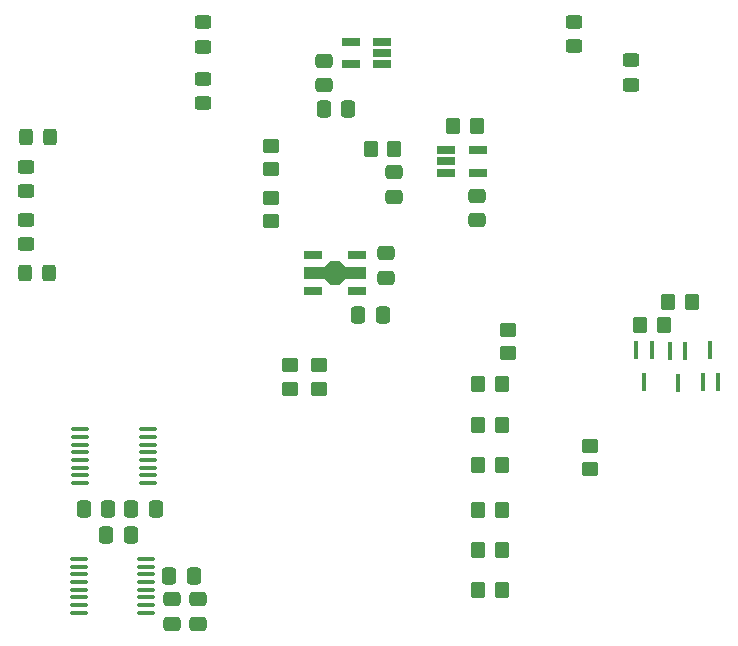
<source format=gtp>
G04 #@! TF.GenerationSoftware,KiCad,Pcbnew,7.0.8*
G04 #@! TF.CreationDate,2023-11-03T23:08:19-04:00*
G04 #@! TF.ProjectId,robot,726f626f-742e-46b6-9963-61645f706362,rev?*
G04 #@! TF.SameCoordinates,Original*
G04 #@! TF.FileFunction,Paste,Top*
G04 #@! TF.FilePolarity,Positive*
%FSLAX46Y46*%
G04 Gerber Fmt 4.6, Leading zero omitted, Abs format (unit mm)*
G04 Created by KiCad (PCBNEW 7.0.8) date 2023-11-03 23:08:19*
%MOMM*%
%LPD*%
G01*
G04 APERTURE LIST*
G04 Aperture macros list*
%AMRoundRect*
0 Rectangle with rounded corners*
0 $1 Rounding radius*
0 $2 $3 $4 $5 $6 $7 $8 $9 X,Y pos of 4 corners*
0 Add a 4 corners polygon primitive as box body*
4,1,4,$2,$3,$4,$5,$6,$7,$8,$9,$2,$3,0*
0 Add four circle primitives for the rounded corners*
1,1,$1+$1,$2,$3*
1,1,$1+$1,$4,$5*
1,1,$1+$1,$6,$7*
1,1,$1+$1,$8,$9*
0 Add four rect primitives between the rounded corners*
20,1,$1+$1,$2,$3,$4,$5,0*
20,1,$1+$1,$4,$5,$6,$7,0*
20,1,$1+$1,$6,$7,$8,$9,0*
20,1,$1+$1,$8,$9,$2,$3,0*%
%AMFreePoly0*
4,1,13,0.900000,0.500000,2.600000,0.500000,2.600000,-0.500000,0.900000,-0.500000,0.400000,-1.000000,-0.400000,-1.000000,-0.900000,-0.500000,-2.600000,-0.500000,-2.600000,0.500000,-0.900000,0.500000,-0.400000,1.000000,0.400000,1.000000,0.900000,0.500000,0.900000,0.500000,$1*%
G04 Aperture macros list end*
%ADD10RoundRect,0.250000X-0.350000X-0.450000X0.350000X-0.450000X0.350000X0.450000X-0.350000X0.450000X0*%
%ADD11RoundRect,0.250000X0.350000X0.450000X-0.350000X0.450000X-0.350000X-0.450000X0.350000X-0.450000X0*%
%ADD12RoundRect,0.250000X0.450000X-0.325000X0.450000X0.325000X-0.450000X0.325000X-0.450000X-0.325000X0*%
%ADD13RoundRect,0.250000X-0.475000X0.337500X-0.475000X-0.337500X0.475000X-0.337500X0.475000X0.337500X0*%
%ADD14RoundRect,0.250000X-0.325000X-0.450000X0.325000X-0.450000X0.325000X0.450000X-0.325000X0.450000X0*%
%ADD15RoundRect,0.250000X0.475000X-0.337500X0.475000X0.337500X-0.475000X0.337500X-0.475000X-0.337500X0*%
%ADD16RoundRect,0.250000X0.450000X-0.350000X0.450000X0.350000X-0.450000X0.350000X-0.450000X-0.350000X0*%
%ADD17RoundRect,0.250000X-0.450000X0.325000X-0.450000X-0.325000X0.450000X-0.325000X0.450000X0.325000X0*%
%ADD18RoundRect,0.100000X-0.637500X-0.100000X0.637500X-0.100000X0.637500X0.100000X-0.637500X0.100000X0*%
%ADD19R,1.560000X0.650000*%
%ADD20RoundRect,0.250000X-0.450000X0.350000X-0.450000X-0.350000X0.450000X-0.350000X0.450000X0.350000X0*%
%ADD21RoundRect,0.250000X0.337500X0.475000X-0.337500X0.475000X-0.337500X-0.475000X0.337500X-0.475000X0*%
%ADD22R,0.450000X1.500000*%
%ADD23RoundRect,0.250000X-0.337500X-0.475000X0.337500X-0.475000X0.337500X0.475000X-0.337500X0.475000X0*%
%ADD24R,1.500000X0.700000*%
%ADD25FreePoly0,0.000000*%
G04 APERTURE END LIST*
D10*
X214200000Y-81400000D03*
X216200000Y-81400000D03*
D11*
X213800000Y-83400000D03*
X211800000Y-83400000D03*
D12*
X206200000Y-59800000D03*
X206200000Y-57750000D03*
D13*
X190270000Y-77302500D03*
X190270000Y-79377500D03*
D11*
X200120000Y-99060000D03*
X198120000Y-99060000D03*
D14*
X159755000Y-79000000D03*
X161805000Y-79000000D03*
D11*
X198000000Y-66500000D03*
X196000000Y-66500000D03*
D15*
X191000000Y-72537500D03*
X191000000Y-70462500D03*
D11*
X200120000Y-105800000D03*
X198120000Y-105800000D03*
D16*
X182200000Y-88800000D03*
X182200000Y-86800000D03*
D17*
X211000000Y-60975000D03*
X211000000Y-63025000D03*
D18*
X164280000Y-103200000D03*
X164280000Y-103850000D03*
X164280000Y-104500000D03*
X164280000Y-105150000D03*
X164280000Y-105800000D03*
X164280000Y-106450000D03*
X164280000Y-107100000D03*
X164280000Y-107750000D03*
X170005000Y-107750000D03*
X170005000Y-107100000D03*
X170005000Y-106450000D03*
X170005000Y-105800000D03*
X170005000Y-105150000D03*
X170005000Y-104500000D03*
X170005000Y-103850000D03*
X170005000Y-103200000D03*
D19*
X195420000Y-68580000D03*
X195420000Y-69530000D03*
X195420000Y-70480000D03*
X198120000Y-70480000D03*
X198120000Y-68580000D03*
D17*
X159805000Y-74475000D03*
X159805000Y-76525000D03*
D20*
X184600000Y-86800000D03*
X184600000Y-88800000D03*
X200600000Y-83800000D03*
X200600000Y-85800000D03*
D19*
X190000000Y-61300000D03*
X190000000Y-60350000D03*
X190000000Y-59400000D03*
X187300000Y-59400000D03*
X187300000Y-61300000D03*
D20*
X180600000Y-72600000D03*
X180600000Y-74600000D03*
D21*
X168675000Y-101200000D03*
X166600000Y-101200000D03*
X166800000Y-99000000D03*
X164725000Y-99000000D03*
X174000000Y-104600000D03*
X171925000Y-104600000D03*
D13*
X174400000Y-106600000D03*
X174400000Y-108675000D03*
D22*
X212800000Y-85540000D03*
X211500000Y-85540000D03*
X212150000Y-88200000D03*
D21*
X170800000Y-99000000D03*
X168725000Y-99000000D03*
D23*
X187962500Y-82500000D03*
X190037500Y-82500000D03*
D13*
X198000000Y-72425000D03*
X198000000Y-74500000D03*
D22*
X217100000Y-88200000D03*
X218400000Y-88200000D03*
X217750000Y-85540000D03*
D24*
X184150000Y-77500000D03*
D25*
X186000000Y-79000000D03*
D24*
X184150000Y-80500000D03*
X187850000Y-80500000D03*
X187850000Y-77500000D03*
D20*
X180600000Y-68200000D03*
X180600000Y-70200000D03*
D10*
X189000000Y-68500000D03*
X191000000Y-68500000D03*
D14*
X159780000Y-67500000D03*
X161830000Y-67500000D03*
D18*
X164417500Y-92225000D03*
X164417500Y-92875000D03*
X164417500Y-93525000D03*
X164417500Y-94175000D03*
X164417500Y-94825000D03*
X164417500Y-95475000D03*
X164417500Y-96125000D03*
X164417500Y-96775000D03*
X170142500Y-96775000D03*
X170142500Y-96125000D03*
X170142500Y-95475000D03*
X170142500Y-94825000D03*
X170142500Y-94175000D03*
X170142500Y-93525000D03*
X170142500Y-92875000D03*
X170142500Y-92225000D03*
D16*
X207600000Y-95600000D03*
X207600000Y-93600000D03*
D11*
X200120000Y-88400000D03*
X198120000Y-88400000D03*
D17*
X174800000Y-62550000D03*
X174800000Y-64600000D03*
D13*
X185045000Y-61025000D03*
X185045000Y-63100000D03*
D12*
X174800000Y-59825000D03*
X174800000Y-57775000D03*
D11*
X200120000Y-102400000D03*
X198120000Y-102400000D03*
D22*
X215650000Y-85600000D03*
X214350000Y-85600000D03*
X215000000Y-88260000D03*
D15*
X172200000Y-108675000D03*
X172200000Y-106600000D03*
D11*
X200120000Y-95200000D03*
X198120000Y-95200000D03*
D12*
X159805000Y-72050000D03*
X159805000Y-70000000D03*
D11*
X200120000Y-91850000D03*
X198120000Y-91850000D03*
D23*
X185007500Y-65100000D03*
X187082500Y-65100000D03*
M02*

</source>
